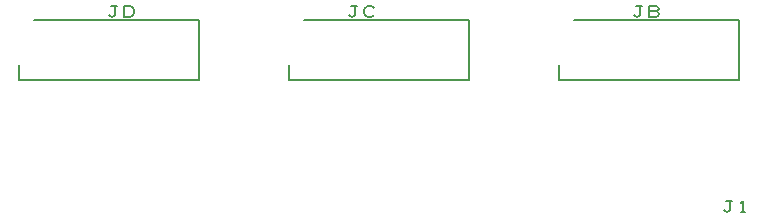
<source format=gbr>
G04 EasyPC Gerber Version 21.0.3 Build 4286 *
%FSLAX35Y35*%
%MOIN*%
%ADD12C,0.00500*%
%ADD13C,0.00787*%
X0Y0D02*
D02*
D12*
X40250Y81813D02*
X40563Y81500D01*
X41187Y81187*
X41813Y81500*
X42125Y81813*
Y84937*
X42750*
X42125D02*
X40875D01*
X45250Y81187D02*
Y84937D01*
X47125*
X47750Y84625*
X48063Y84313*
X48375Y83687*
Y82437*
X48063Y81813*
X47750Y81500*
X47125Y81187*
X45250*
X120250Y81813D02*
X120563Y81500D01*
X121187Y81187*
X121813Y81500*
X122125Y81813*
Y84937*
X122750*
X122125D02*
X120875D01*
X128375Y81813D02*
X128063Y81500D01*
X127437Y81187*
X126500*
X125875Y81500*
X125563Y81813*
X125250Y82437*
Y83687*
X125563Y84313*
X125875Y84625*
X126500Y84937*
X127437*
X128063Y84625*
X128375Y84313*
X215250Y81813D02*
X215563Y81500D01*
X216187Y81187*
X216813Y81500*
X217125Y81813*
Y84937*
X217750*
X217125D02*
X215875D01*
X222437Y83063D02*
X223063Y82750D01*
X223375Y82125*
X223063Y81500*
X222437Y81187*
X220250*
Y84937*
X222437*
X223063Y84625*
X223375Y84000*
X223063Y83375*
X222437Y83063*
X220250*
X245250Y16813D02*
X245563Y16500D01*
X246187Y16187*
X246813Y16500*
X247125Y16813*
Y19937*
X247750*
X247125D02*
X245875D01*
X250875Y16187D02*
X252125D01*
X251500D02*
Y19937D01*
X250875Y19313*
D02*
D13*
X10250Y65250D02*
Y60250D01*
X70250*
Y80250*
X15250*
X100250Y65250D02*
Y60250D01*
X160250*
Y80250*
X105250*
X190250Y65250D02*
Y60250D01*
X250250*
Y80250*
X195250*
X0Y0D02*
M02*

</source>
